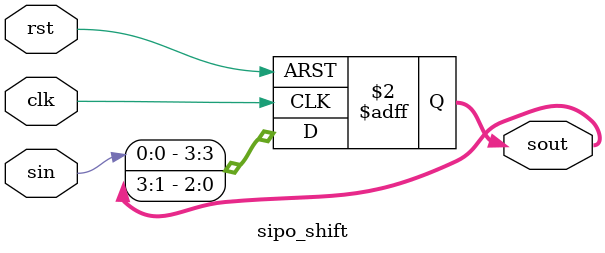
<source format=v>
`timescale 1ns / 1ps

module sipo_shift(input clk,
                  input rst,
                  input sin,
                  output reg [3:0]sout);

                  
                  
   always @(posedge clk or posedge rst)begin
        if(rst)begin
        sout<=4'b0000;
        end
        else begin

        sout[3]<=sin;
        sout[2]<=sout[3];
        sout[1]<=sout[2];
        sout[0]<=sout[1];
        end
     end
                     
endmodule



</source>
